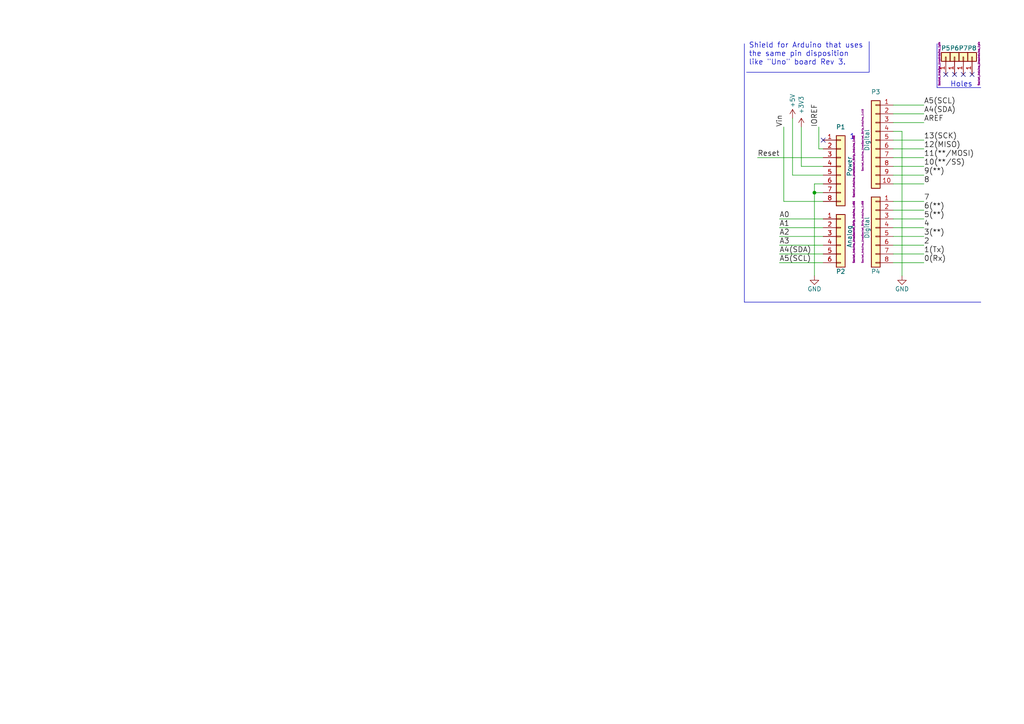
<source format=kicad_sch>
(kicad_sch (version 20230121) (generator eeschema)
  (paper "A4")
  (title_block (date "lun. 30 mars 2015"))
  (lib_symbols
    (symbol "Arduino_Uno-rescue:+3.3V-power" (power) (pin_names (offset 0))
      (property "Value" "+3.3V-power" (at 0 3.556 0))
      (symbol "+3.3V-power_0_1"
        (polyline (pts (xy -0.762 1.27) (xy 0 2.54)))
        (polyline (pts (xy 0 0) (xy 0 2.54)))
        (polyline (pts (xy 0 2.54) (xy 0.762 1.27)))
      )
      (symbol "+3.3V-power_1_1"
        (pin power_in line (at 0 0 90) (length 0) hide (name "+3V3") (number "1"))
      )
    )
    (symbol "Connector_Generic:Conn_01x01" (pin_names (offset 1.016) hide)
      (property "Reference" "J" (at 0 2.54 0))
      (property "Value" "Conn_01x01" (at 0 -2.54 0))
      (symbol "Conn_01x01_1_1"
        (rectangle (start -1.27 0.127) (end 0 -0.127) (stroke (width 0.1524)))
        (rectangle (start -1.27 1.27) (end 1.27 -1.27) (stroke (width 0.254)) (fill (type background)))
        (pin passive line (at -5.08 0 0) (length 3.81) (name "Pin_1") (number "1"))
      )
    )
    (symbol "Connector_Generic:Conn_01x06" (pin_names (offset 1.016) hide)
      (property "Reference" "J" (at 0 7.62 0))
      (property "Value" "Conn_01x06" (at 0 -10.16 0))
      (symbol "Conn_01x06_1_1"
        (rectangle (start -1.27 -7.493) (end 0 -7.747) (stroke (width 0.1524)))
        (rectangle (start -1.27 -4.953) (end 0 -5.207) (stroke (width 0.1524)))
        (rectangle (start -1.27 -2.413) (end 0 -2.667) (stroke (width 0.1524)))
        (rectangle (start -1.27 0.127) (end 0 -0.127) (stroke (width 0.1524)))
        (rectangle (start -1.27 2.667) (end 0 2.413) (stroke (width 0.1524)))
        (rectangle (start -1.27 5.207) (end 0 4.953) (stroke (width 0.1524)))
        (rectangle (start -1.27 6.35) (end 1.27 -8.89) (stroke (width 0.254)) (fill (type background)))
        (pin passive line (at -5.08 5.08 0) (length 3.81) (name "Pin_1") (number "1"))
        (pin passive line (at -5.08 2.54 0) (length 3.81) (name "Pin_2") (number "2"))
        (pin passive line (at -5.08 0 0) (length 3.81) (name "Pin_3") (number "3"))
        (pin passive line (at -5.08 -2.54 0) (length 3.81) (name "Pin_4") (number "4"))
        (pin passive line (at -5.08 -5.08 0) (length 3.81) (name "Pin_5") (number "5"))
        (pin passive line (at -5.08 -7.62 0) (length 3.81) (name "Pin_6") (number "6"))
      )
    )
    (symbol "Connector_Generic:Conn_01x08" (pin_names (offset 1.016) hide)
      (property "Reference" "J" (at 0 10.16 0))
      (property "Value" "Conn_01x08" (at 0 -12.7 0))
      (symbol "Conn_01x08_1_1"
        (rectangle (start -1.27 -10.033) (end 0 -10.287) (stroke (width 0.1524)))
        (rectangle (start -1.27 -7.493) (end 0 -7.747) (stroke (width 0.1524)))
        (rectangle (start -1.27 -4.953) (end 0 -5.207) (stroke (width 0.1524)))
        (rectangle (start -1.27 -2.413) (end 0 -2.667) (stroke (width 0.1524)))
        (rectangle (start -1.27 0.127) (end 0 -0.127) (stroke (width 0.1524)))
        (rectangle (start -1.27 2.667) (end 0 2.413) (stroke (width 0.1524)))
        (rectangle (start -1.27 5.207) (end 0 4.953) (stroke (width 0.1524)))
        (rectangle (start -1.27 7.747) (end 0 7.493) (stroke (width 0.1524)))
        (rectangle (start -1.27 8.89) (end 1.27 -11.43) (stroke (width 0.254)) (fill (type background)))
        (pin passive line (at -5.08 7.62 0) (length 3.81) (name "Pin_1") (number "1"))
        (pin passive line (at -5.08 5.08 0) (length 3.81) (name "Pin_2") (number "2"))
        (pin passive line (at -5.08 2.54 0) (length 3.81) (name "Pin_3") (number "3"))
        (pin passive line (at -5.08 0 0) (length 3.81) (name "Pin_4") (number "4"))
        (pin passive line (at -5.08 -2.54 0) (length 3.81) (name "Pin_5") (number "5"))
        (pin passive line (at -5.08 -5.08 0) (length 3.81) (name "Pin_6") (number "6"))
        (pin passive line (at -5.08 -7.62 0) (length 3.81) (name "Pin_7") (number "7"))
        (pin passive line (at -5.08 -10.16 0) (length 3.81) (name "Pin_8") (number "8"))
      )
    )
    (symbol "Connector_Generic:Conn_01x10" (pin_names (offset 1.016) hide)
      (property "Reference" "J" (at 0 12.7 0))
      (property "Value" "Conn_01x10" (at 0 -15.24 0))
      (symbol "Conn_01x10_1_1"
        (rectangle (start -1.27 -12.573) (end 0 -12.827) (stroke (width 0.1524)))
        (rectangle (start -1.27 -10.033) (end 0 -10.287) (stroke (width 0.1524)))
        (rectangle (start -1.27 -7.493) (end 0 -7.747) (stroke (width 0.1524)))
        (rectangle (start -1.27 -4.953) (end 0 -5.207) (stroke (width 0.1524)))
        (rectangle (start -1.27 -2.413) (end 0 -2.667) (stroke (width 0.1524)))
        (rectangle (start -1.27 0.127) (end 0 -0.127) (stroke (width 0.1524)))
        (rectangle (start -1.27 2.667) (end 0 2.413) (stroke (width 0.1524)))
        (rectangle (start -1.27 5.207) (end 0 4.953) (stroke (width 0.1524)))
        (rectangle (start -1.27 7.747) (end 0 7.493) (stroke (width 0.1524)))
        (rectangle (start -1.27 10.287) (end 0 10.033) (stroke (width 0.1524)))
        (rectangle (start -1.27 11.43) (end 1.27 -13.97) (stroke (width 0.254)) (fill (type background)))
        (pin passive line (at -5.08 10.16 0) (length 3.81) (name "Pin_1") (number "1"))
        (pin passive line (at -5.08 -12.7 0) (length 3.81) (name "Pin_10") (number "10"))
        (pin passive line (at -5.08 7.62 0) (length 3.81) (name "Pin_2") (number "2"))
        (pin passive line (at -5.08 5.08 0) (length 3.81) (name "Pin_3") (number "3"))
        (pin passive line (at -5.08 2.54 0) (length 3.81) (name "Pin_4") (number "4"))
        (pin passive line (at -5.08 0 0) (length 3.81) (name "Pin_5") (number "5"))
        (pin passive line (at -5.08 -2.54 0) (length 3.81) (name "Pin_6") (number "6"))
        (pin passive line (at -5.08 -5.08 0) (length 3.81) (name "Pin_7") (number "7"))
        (pin passive line (at -5.08 -7.62 0) (length 3.81) (name "Pin_8") (number "8"))
        (pin passive line (at -5.08 -10.16 0) (length 3.81) (name "Pin_9") (number "9"))
      )
    )
    (symbol "power:+5V" (power) (pin_names (offset 0))
      (property "Value" "+5V" (at 0 3.556 0))
      (symbol "+5V_0_1"
        (polyline (pts (xy -0.762 1.27) (xy 0 2.54)))
        (polyline (pts (xy 0 0) (xy 0 2.54)))
        (polyline (pts (xy 0 2.54) (xy 0.762 1.27)))
      )
      (symbol "+5V_1_1"
        (pin power_in line (at 0 0 90) (length 0) hide (name "+5V") (number "1"))
      )
    )
    (symbol "power:GND" (power) (pin_names (offset 0))
      (property "Value" "GND" (at 0 -3.81 0))
      (symbol "GND_0_1"
        (polyline (pts (xy 0 0) (xy 0 -1.27) (xy 1.27 -1.27) (xy 0 -2.54) (xy -1.27 -1.27) (xy 0 -1.27)))
      )
      (symbol "GND_1_1"
        (pin power_in line (at 0 0 270) (length 0) hide (name "GND") (number "1"))
      )
    )
  )
  (junction (at 236.22 55.88))
  (no_connect (at 281.94 21.59))
  (no_connect (at 279.4 21.59))
  (no_connect (at 274.32 21.59))
  (no_connect (at 276.86 21.59))
  (no_connect (at 238.76 40.64))
  (wire (pts (xy 238.76 71.12) (xy 226.06 71.12)))
  (wire (pts (xy 259.08 73.66) (xy 267.97 73.66)))
  (wire (pts (xy 238.76 50.8) (xy 229.87 50.8)))
  (wire (pts (xy 236.22 55.88) (xy 236.22 80.01)))
  (polyline (pts (xy 215.9 87.63) (xy 284.48 87.63)))
  (wire (pts (xy 259.08 71.12) (xy 267.97 71.12)))
  (wire (pts (xy 238.76 76.2) (xy 226.06 76.2)))
  (wire (pts (xy 259.08 50.8) (xy 267.97 50.8)))
  (wire (pts (xy 259.08 76.2) (xy 267.97 76.2)))
  (wire (pts (xy 259.08 63.5) (xy 267.97 63.5)))
  (wire (pts (xy 238.76 45.72) (xy 219.71 45.72)))
  (wire (pts (xy 238.76 55.88) (xy 236.22 55.88)))
  (polyline (pts (xy 271.78 25.4) (xy 271.78 12.7)))
  (polyline (pts (xy 216.535 20.955) (xy 252.095 20.955)))
  (wire (pts (xy 238.76 48.26) (xy 232.41 48.26)))
  (wire (pts (xy 261.62 38.1) (xy 261.62 80.01)))
  (wire (pts (xy 232.41 48.26) (xy 232.41 36.83)))
  (wire (pts (xy 259.08 30.48) (xy 267.97 30.48)))
  (wire (pts (xy 259.08 60.96) (xy 267.97 60.96)))
  (wire (pts (xy 227.33 58.42) (xy 227.33 36.83)))
  (polyline (pts (xy 215.9 12.7) (xy 215.9 87.63)))
  (wire (pts (xy 238.76 66.04) (xy 226.06 66.04)))
  (wire (pts (xy 238.76 58.42) (xy 227.33 58.42)))
  (wire (pts (xy 259.08 43.18) (xy 267.97 43.18)))
  (wire (pts (xy 259.08 68.58) (xy 267.97 68.58)))
  (wire (pts (xy 259.08 66.04) (xy 267.97 66.04)))
  (polyline (pts (xy 252.095 20.955) (xy 252.095 12.065)))
  (wire (pts (xy 259.08 48.26) (xy 267.97 48.26)))
  (wire (pts (xy 259.08 58.42) (xy 267.97 58.42)))
  (wire (pts (xy 259.08 40.64) (xy 267.97 40.64)))
  (wire (pts (xy 238.76 73.66) (xy 226.06 73.66)))
  (polyline (pts (xy 284.48 25.4) (xy 271.78 25.4)))
  (wire (pts (xy 237.49 43.18) (xy 238.76 43.18)))
  (wire (pts (xy 238.76 63.5) (xy 226.06 63.5)))
  (wire (pts (xy 259.08 45.72) (xy 267.97 45.72)))
  (wire (pts (xy 259.08 35.56) (xy 267.97 35.56)))
  (wire (pts (xy 238.76 53.34) (xy 236.22 53.34)))
  (wire (pts (xy 236.22 53.34) (xy 236.22 55.88)))
  (wire (pts (xy 237.49 36.83) (xy 237.49 43.18)))
  (wire (pts (xy 238.76 68.58) (xy 226.06 68.58)))
  (wire (pts (xy 259.08 53.34) (xy 267.97 53.34)))
  (wire (pts (xy 259.08 33.02) (xy 267.97 33.02)))
  (wire (pts (xy 259.08 38.1) (xy 261.62 38.1)))
  (wire (pts (xy 229.87 50.8) (xy 229.87 34.29)))
  (text "1" (at 246.38 40.64 0) (effects (font (size 1.524 1.524)) (justify left bottom)))
  (text "Holes" (at 275.59 25.4 0) (effects (font (size 1.524 1.524)) (justify left bottom)))
  (text "Shield for Arduino that uses\nthe same pin disposition\nlike \"Uno\" board Rev 3." (at 217.17 19.05 0) (effects (font (size 1.524 1.524)) (justify left bottom)))
  (label "A4(SDA)" (at 267.97 33.02 0) (effects (font (size 1.524 1.524))))
  (label "0(Rx)" (at 267.97 76.2 0) (effects (font (size 1.524 1.524))))
  (label "A1" (at 226.06 66.04 0) (effects (font (size 1.524 1.524))))
  (label "IOREF" (at 237.49 36.83 90) (effects (font (size 1.524 1.524))))
  (label "10(**/SS)" (at 267.97 48.26 0) (effects (font (size 1.524 1.524))))
  (label "11(**/MOSI)" (at 267.97 45.72 0) (effects (font (size 1.524 1.524))))
  (label "A5(SCL)" (at 226.06 76.2 0) (effects (font (size 1.524 1.524))))
  (label "Vin" (at 227.33 36.83 90) (effects (font (size 1.524 1.524))))
  (label "5(**)" (at 267.97 63.5 0) (effects (font (size 1.524 1.524))))
  (label "A3" (at 226.06 71.12 0) (effects (font (size 1.524 1.524))))
  (label "Reset" (at 219.71 45.72 0) (effects (font (size 1.524 1.524))))
  (label "2" (at 267.97 71.12 0) (effects (font (size 1.524 1.524))))
  (label "AREF" (at 267.97 35.56 0) (effects (font (size 1.524 1.524))))
  (label "A2" (at 226.06 68.58 0) (effects (font (size 1.524 1.524))))
  (label "6(**)" (at 267.97 60.96 0) (effects (font (size 1.524 1.524))))
  (label "1(Tx)" (at 267.97 73.66 0) (effects (font (size 1.524 1.524))))
  (label "3(**)" (at 267.97 68.58 0) (effects (font (size 1.524 1.524))))
  (label "7" (at 267.97 58.42 0) (effects (font (size 1.524 1.524))))
  (label "A5(SCL)" (at 267.97 30.48 0) (effects (font (size 1.524 1.524))))
  (label "9(**)" (at 267.97 50.8 0) (effects (font (size 1.524 1.524))))
  (label "A4(SDA)" (at 226.06 73.66 0) (effects (font (size 1.524 1.524))))
  (label "8" (at 267.97 53.34 0) (effects (font (size 1.524 1.524))))
  (label "12(MISO)" (at 267.97 43.18 0) (effects (font (size 1.524 1.524))))
  (label "13(SCK)" (at 267.97 40.64 0) (effects (font (size 1.524 1.524))))
  (label "A0" (at 226.06 63.5 0) (effects (font (size 1.524 1.524))))
  (label "4" (at 267.97 66.04 0) (effects (font (size 1.524 1.524))))
  (symbol (lib_id "Connector_Generic:Conn_01x08") (at 243.84 48.26 0) (unit 1)
    (property "Reference" "P1" (at 243.84 36.83 0))
    (property "Value" "Power" (at 246.38 48.26 90))
    (property "Footprint" "Socket_Arduino_Uno:Socket_Strip_Arduino_1x08" (at 247.65 48.26 90) (effects (font (size 0.508 0.508))))
  )
  (symbol (lib_id "Arduino_Uno-rescue:+3.3V-power") (at 232.41 36.83 0) (unit 1)
    (property "Reference" "#PWR01" (effects hide))
    (property "Value" "+3.3V" (at 232.41 30.48 90))
  )
  (symbol (lib_id "power:+5V") (at 229.87 34.29 0) (unit 1)
    (property "Reference" "#PWR02" (effects hide))
    (property "Value" "+5V" (at 229.87 29.21 90))
  )
  (symbol (lib_id "power:GND") (at 236.22 80.01 0) (unit 1)
    (property "Reference" "#PWR03" (effects hide))
    (property "Value" "GND" (at 236.22 83.82 0))
  )
  (symbol (lib_id "power:GND") (at 261.62 80.01 0) (unit 1)
    (property "Reference" "#PWR04" (effects hide))
    (property "Value" "GND" (at 261.62 83.82 0))
  )
  (symbol (lib_id "Connector_Generic:Conn_01x06") (at 243.84 68.58 0) (unit 1)
    (property "Reference" "P2" (at 243.84 78.74 0))
    (property "Value" "Analog" (at 246.38 68.58 90))
    (property "Footprint" "Socket_Arduino_Uno:Socket_Strip_Arduino_1x06" (at 247.65 67.31 90) (effects (font (size 0.508 0.508))))
  )
  (symbol (lib_id "Connector_Generic:Conn_01x01") (at 274.32 16.51 90) (unit 1)
    (property "Reference" "P5" (at 274.32 13.97 90))
    (property "Value" "CONN_01X01" (effects hide))
    (property "Footprint" "Socket_Arduino_Uno:Arduino_1pin" (at 272.4404 18.5166 0) (effects (font (size 0.508 0.508))))
  )
  (symbol (lib_id "Connector_Generic:Conn_01x01") (at 276.86 16.51 90) (unit 1)
    (property "Reference" "P6" (at 276.86 13.97 90))
    (property "Value" "CONN_01X01" (effects hide))
    (property "Footprint" "Socket_Arduino_Uno:Arduino_1pin" (effects hide))
  )
  (symbol (lib_id "Connector_Generic:Conn_01x01") (at 279.4 16.51 90) (unit 1)
    (property "Reference" "P7" (at 279.4 13.97 90))
    (property "Value" "CONN_01X01" (effects hide))
    (property "Footprint" "Socket_Arduino_Uno:Arduino_1pin" (effects hide))
  )
  (symbol (lib_id "Connector_Generic:Conn_01x01") (at 281.94 16.51 90) (unit 1)
    (property "Reference" "P8" (at 281.94 13.97 90))
    (property "Value" "CONN_01X01" (effects hide))
    (property "Footprint" "Socket_Arduino_Uno:Arduino_1pin" (at 283.9212 18.4404 0) (effects (font (size 0.508 0.508))))
  )
  (symbol (lib_id "Connector_Generic:Conn_01x08") (at 254 66.04 0) (mirror y) (unit 1)
    (property "Reference" "P4" (at 254 78.74 0))
    (property "Value" "Digital" (at 251.46 66.04 90))
    (property "Footprint" "Socket_Arduino_Uno:Socket_Strip_Arduino_1x08" (at 250.19 67.31 90) (effects (font (size 0.508 0.508))))
  )
  (symbol (lib_id "Connector_Generic:Conn_01x10") (at 254 40.64 0) (mirror y) (unit 1)
    (property "Reference" "P3" (at 254 26.67 0))
    (property "Value" "Digital" (at 251.46 40.64 90))
    (property "Footprint" "Socket_Arduino_Uno:Socket_Strip_Arduino_1x10" (at 250.19 40.64 90) (effects (font (size 0.508 0.508))))
  )
)
</source>
